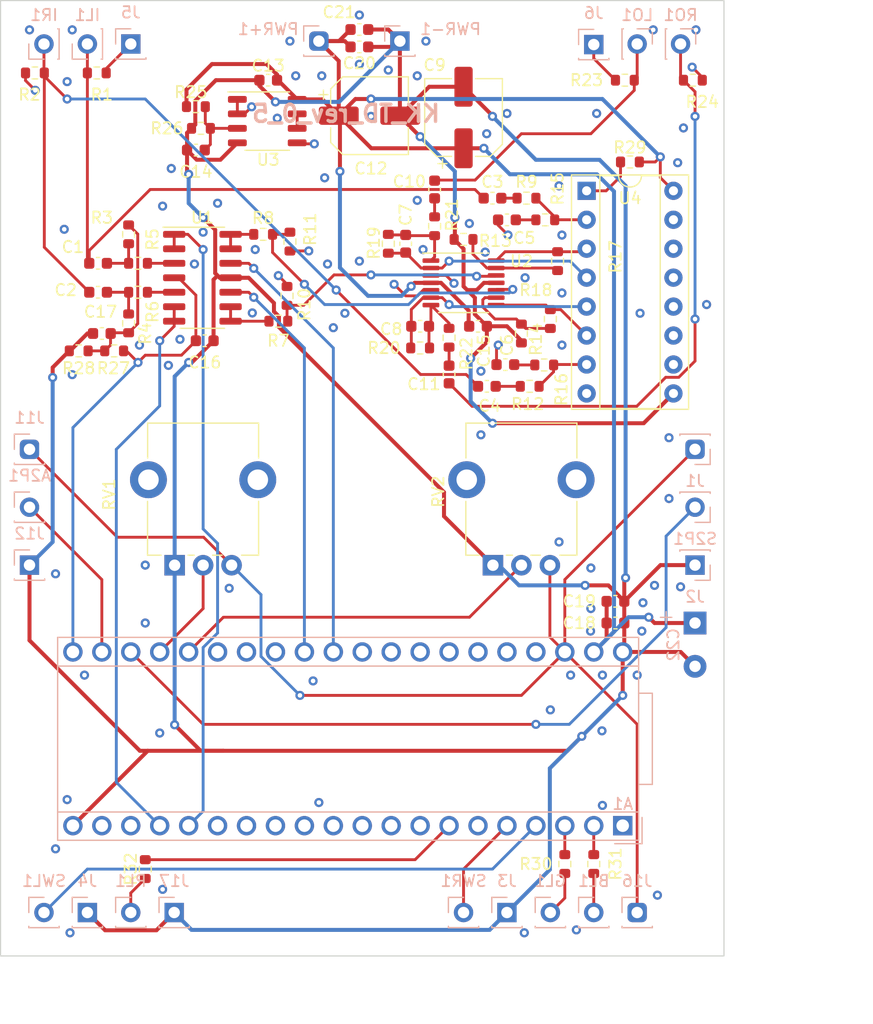
<source format=kicad_pcb>
(kicad_pcb (version 20221018) (generator pcbnew)
  (layers (0 "F.Cu" signal) (1 "In1.Cu" power) (2 "In2.Cu" power) (31 "B.Cu" signal) (34 "B.Paste" user) (35 "F.Paste" user) (36 "B.SilkS" user "B.Silkscreen") (37 "F.SilkS" user "F.Silkscreen") (38 "B.Mask" user) (39 "F.Mask" user) (44 "Edge.Cuts" user))
  (net 0 "")
  (net 2 "Net-(A1-SD_DATA_3)")
  (net 3 "Net-(A1-SD_DATA_2)")
  (net 4 "/L_SW")
  (net 5 "/R_SW")
  (net 14 "/CODEC_IN_L")
  (net 15 "/CODEC_IN_R")
  (net 18 "GND")
  (net 19 "-1.2VA")
  (net 20 "/A_POT")
  (net 21 "/S_POT")
  (net 22 "/A2_POT")
  (net 23 "/S2_POT")
  (net 27 "/DAC_B")
  (net 28 "/DAC_A")
  (net 36 "Net-(C1-Pad2)")
  (net 37 "-4.5V")
  (net 38 "/J_IN_L")
  (net 39 "Net-(U3A-+)")
  (net 40 "Net-(C2-Pad2)")
  (net 41 "/VCA_OUT_A")
  (net 42 "/J_OUT_L")
  (net 43 "Net-(U2C-+)")
  (net 44 "/J_IN_R")
  (net 45 "Net-(C11-Pad1)")
  (net 46 "/VCA_OUT_B")
  (net 47 "/J_OUT_R")
  (net 48 "+4.5V")
  (net 49 "-1.2VD")
  (net 50 "/VCA_IN_A")
  (net 51 "Net-(U4-MODE)")
  (net 52 "Net-(U1A-+)")
  (net 53 "/CV_A")
  (net 54 "Net-(U1B-+)")
  (net 55 "/CV_B")
  (net 56 "/VCA_IN_B")
  (net 57 "Net-(U2D--)")
  (net 64 "Net-(C3-Pad2)")
  (net 65 "Net-(C4-Pad2)")
  (net 66 "Net-(C5-Pad1)")
  (net 67 "Net-(C6-Pad1)")
  (net 68 "Net-(C7-Pad2)")
  (net 69 "Net-(C8-Pad2)")
  (net 70 "Net-(C10-Pad1)")
  (net 71 "-2.85V")
  (net 72 "Net-(U1C--)")
  (net 73 "Net-(U1D--)")
  (net 74 "Net-(U2D-+)")
  (net 75 "Net-(U2C--)")
  (net 76 "/GREEN_LED")
  (net 77 "/BLUE_LED")
  (net 78 "Net-(U3B--)")
  (net 80 "Net-(A1-SD_CLK)")
  (net 81 "/PURPLE_LED")
  (footprint "Resistor_SMD:R_0603_1608Metric" (layer "F.Cu") (at 162.56 62.98 90)
    (fp_text reference "R21")
    (fp_text value "1k")
  )
  (footprint "Capacitor_SMD:C_0603_1608Metric" (layer "F.Cu") (at 142.38 73.025)
    (fp_text reference "C16")
    (fp_text value "100nF,50V,X7R ")
  )
  (footprint "Capacitor_SMD:C_0603_1608Metric" (layer "F.Cu") (at 166.37 71.755)
    (fp_text reference "C15")
    (fp_text value "100nF,50V,X7R ")
  )
  (footprint "Resistor_SMD:R_0603_1608Metric" (layer "F.Cu") (at 141.605 52.485)
    (fp_text reference "R25")
    (fp_text value "0603,10k")
  )
  (footprint "Resistor_SMD:R_0603_1608Metric" (layer "F.Cu") (at 172.275 62.42 180)
    (fp_text reference "R15")
    (fp_text value "0603,560")
  )
  (footprint "Capacitor_SMD:C_0603_1608Metric" (layer "F.Cu") (at 167.145 77.025)
    (fp_text reference "C4")
    (fp_text value "0603,10uF,25V,X5R ")
  )
  (footprint "Resistor_SMD:R_0603_1608Metric" (layer "F.Cu") (at 179.705 57.34 180)
    (fp_text reference "R29")
    (fp_text value "1.8k")
  )
  (footprint "Capacitor_SMD:C_0603_1608Metric" (layer "F.Cu") (at 178.435 97.79 180)
    (fp_text reference "C18")
    (fp_text value "100nF,50V,X7R ")
  )
  (footprint "Resistor_SMD:R_0603_1608Metric" (layer "F.Cu") (at 179.26 50.165 180)
    (fp_text reference "R23")
    (fp_text value "2M")
  )
  (footprint "Capacitor_SMD:C_0603_1608Metric" (layer "F.Cu") (at 178.435 95.885 180)
    (fp_text reference "C19")
    (fp_text value "0603,10uF,25V,X5R ")
  )
  (footprint "Resistor_SMD:R_0603_1608Metric" (layer "F.Cu") (at 172.18 75.15 180)
    (fp_text reference "R16")
    (fp_text value "0603,560")
  )
  (footprint "Package_SO:SOP-8_3.9x4.9mm_P1.27mm" (layer "F.Cu") (at 147.87 53.755)
    (fp_text reference "U3")
    (fp_text value "TL072")
  )
  (footprint "Capacitor_SMD:C_0603_1608Metric" (layer "F.Cu") (at 155.956 47.244 180)
    (fp_text reference "C20")
    (fp_text value "1uF,50V,X5R ")
  )
  (footprint "Resistor_SMD:R_0603_1608Metric" (layer "F.Cu") (at 185.23 50.165)
    (fp_text reference "R24")
    (fp_text value "2M")
  )
  (footprint "Resistor_SMD:R_0603_1608Metric" (layer "F.Cu") (at 135.7 71.5 90)
    (fp_text reference "R4")
    (fp_text value "2M")
  )
  (footprint "Capacitor_SMD:C_0603_1608Metric" (layer "F.Cu") (at 167.64 60.515)
    (fp_text reference "C3")
    (fp_text value "0603,10uF,25V,X5R ")
  )
  (footprint "Resistor_SMD:R_0603_1608Metric" (layer "F.Cu") (at 136.525 68.77 180)
    (fp_text reference "R6")
    (fp_text value "2k")
  )
  (footprint "Resistor_SMD:R_0603_1608Metric" (layer "F.Cu") (at 172.72 71.12 90)
    (fp_text reference "R18")
    (fp_text value "2k")
  )
  (footprint "Resistor_SMD:R_0603_1608Metric" (layer "F.Cu") (at 149.606 69.088 90)
    (fp_text reference "R10")
    (fp_text value "5.1k")
  )
  (footprint "Resistor_SMD:R_0603_1608Metric" (layer "F.Cu") (at 165.1 64.135)
    (fp_text reference "R13")
    (fp_text value "1.5k")
  )
  (footprint "Capacitor_SMD:C_0603_1608Metric" (layer "F.Cu") (at 155.956 45.72 180)
    (fp_text reference "C21")
    (fp_text value "1uF,50V,X5R ")
  )
  (footprint "Resistor_SMD:R_0603_1608Metric" (layer "F.Cu") (at 137.16 119.38 -90)
    (fp_text reference "R32")
    (fp_text value "33")
  )
  (footprint "Resistor_SMD:R_0603_1608Metric" (layer "F.Cu") (at 148.844 71.31)
    (fp_text reference "R7")
    (fp_text value "3k")
  )
  (footprint "Resistor_SMD:R_0603_1608Metric" (layer "F.Cu") (at 158.496 64.516 90)
    (fp_text reference "R19")
    (fp_text value "0603,33k")
  )
  (footprint "Potentiometer_THT:Potentiometer_Alpha_RD901F-40-00D_Single_Vertical_CircularHoles" (layer "F.Cu") (at 167.68 92.72 90)
    (fp_text reference "RV2")
    (fp_text value "R_Potentiometer")
  )
  (footprint "Package_DIP:DIP-16_W7.62mm_Socket" (layer "F.Cu") (at 175.905 59.87)
    (fp_text reference "U4")
    (fp_text value "SSI2164")
  )
  (footprint "Resistor_SMD:R_0603_1608Metric" (layer "F.Cu") (at 173.355 66.04 90)
    (fp_text reference "R17")
    (fp_text value "2k")
  )
  (footprint "Resistor_SMD:R_0603_1608Metric" (layer "F.Cu") (at 170.905 77.025)
    (fp_text reference "R12")
    (fp_text value "0603,33k")
  )
  (footprint "Capacitor_SMD:C_0603_1608Metric" (layer "F.Cu") (at 168.91 62.42 180)
    (fp_text reference "C5")
    (fp_text value "680pF,50V,X7R ")
  )
  (footprint "Capacitor_SMD:CP_Elec_6.3x7.7" (layer "F.Cu") (at 165.1 53.44 90)
    (fp_text reference "C9")
    (fp_text value "10uF")
  )
  (footprint "Resistor_SMD:R_0603_1608Metric" (layer "F.Cu") (at 135.7 63.69 -90)
    (fp_text reference "R3")
    (fp_text value "2M")
  )
  (footprint "Capacitor_SMD:C_0603_1608Metric" (layer "F.Cu") (at 162.56 59.755 90)
    (fp_text reference "C10")
    (fp_text value "0603,2.2uF,16V,X5R ")
  )
  (footprint "Resistor_SMD:R_0603_1608Metric" (layer "F.Cu") (at 142.05 54.39 180)
    (fp_text reference "R26")
    (fp_text value "0603,10k")
  )
  (footprint "Resistor_SMD:R_0603_1608Metric" (layer "F.Cu") (at 170.18 72.39 90)
    (fp_text reference "R14")
    (fp_text value "1.5k")
  )
  (footprint "Capacitor_SMD:CP_Elec_6.3x7.7" (layer "F.Cu") (at 156.845 53.28)
    (fp_text reference "C12")
    (fp_text value "10uF")
  )
  (footprint "Resistor_SMD:R_0603_1608Metric" (layer "F.Cu") (at 163.83 72.76 -90)
    (fp_text reference "R22")
    (fp_text value "1k")
  )
  (footprint "Capacitor_SMD:C_0603_1608Metric" (layer "F.Cu") (at 168.77 75.12 180)
    (fp_text reference "C6")
    (fp_text value "680pF,50V,X7R ")
  )
  (footprint "Resistor_SMD:R_0603_1608Metric" (layer "F.Cu") (at 161.29 73.66)
    (fp_text reference "R20")
    (fp_text value "0603,33k")
  )
  (footprint "Resistor_SMD:R_0603_1608Metric" (layer "F.Cu") (at 132.905 49.53)
    (fp_text reference "R1")
    (fp_text value "2M")
  )
  (footprint "Resistor_SMD:R_0603_1608Metric" (layer "F.Cu") (at 176.53 118.935 -90)
    (fp_text reference "R31")
    (fp_text value "33")
  )
  (footprint "Package_SO:SOIC-14_3.9x8.7mm_P1.27mm" (layer "F.Cu") (at 142.175 67.5)
    (fp_text reference "U1")
    (fp_text value "MCP6004")
  )
  (footprint "Capacitor_SMD:C_0603_1608Metric" (layer "F.Cu") (at 160.02 64.516 90)
    (fp_text reference "C7")
    (fp_text value "0603,100pF,50V,C0G ")
  )
  (footprint "Capacitor_SMD:C_0603_1608Metric" (layer "F.Cu") (at 147.955 50.165 180)
    (fp_text reference "C13")
    (fp_text value "100nF,50V,X7R ")
  )
  (footprint "Resistor_SMD:R_0603_1608Metric" (layer "F.Cu") (at 136.525 66.23 180)
    (fp_text reference "R5")
    (fp_text value "2k")
  )
  (footprint "Resistor_SMD:R_0603_1608Metric" (layer "F.Cu") (at 131.318 73.914 180)
    (fp_text reference "R28")
    (fp_text value "0603,10k")
  )
  (footprint "Capacitor_SMD:C_0603_1608Metric" (layer "F.Cu") (at 141.605 56.295)
    (fp_text reference "C14")
    (fp_text value "0603,10uF,25V,X5R ")
  )
  (footprint "Capacitor_SMD:C_0603_1608Metric" (layer "F.Cu") (at 163.83 75.985 -90)
    (fp_text reference "C11")
    (fp_text value "0603,2.2uF,16V,X5R ")
  )
  (footprint "Capacitor_SMD:C_0603_1608Metric" (layer "F.Cu") (at 133.02 66.23)
    (fp_text reference "C1")
    (fp_text value "0603,2.2uF,16V,X5R ")
  )
  (footprint "Resistor_SMD:R_0603_1608Metric" (layer "F.Cu") (at 149.86 64.325 -90)
    (fp_text reference "R11")
    (fp_text value "5.1k")
  )
  (footprint "Package_SO:TSSOP-14_4.4x5mm_P0.65mm" (layer "F.Cu") (at 165.1 67.945)
    (fp_text reference "U2")
    (fp_text value "TLV274CPWR")
  )
  (footprint "Capacitor_SMD:C_0603_1608Metric" (layer "F.Cu") (at 133.35 72.39 180)
    (fp_text reference "C17")
    (fp_text value "100nF,50V,X7R ")
  )
  (footprint "Capacitor_SMD:C_0603_1608Metric" (layer "F.Cu") (at 133.02 68.77)
    (fp_text reference "C2")
    (fp_text value "0603,2.2uF,16V,X5R ")
  )
  (footprint "Resistor_SMD:R_0603_1608Metric" (layer "F.Cu") (at 170.625 60.515)
    (fp_text reference "R9")
    (fp_text value "0603,33k")
  )
  (footprint "Resistor_SMD:R_0603_1608Metric" (layer "F.Cu") (at 147.51 63.69)
    (fp_text reference "R8")
    (fp_text value "3k")
  )
  (footprint "Potentiometer_THT:Potentiometer_Alpha_RD901F-40-00D_Single_Vertical_CircularHoles" (layer "F.Cu") (at 139.74 92.72 90)
    (fp_text reference "RV1")
    (fp_text value "R_Potentiometer")
  )
  (footprint "Capacitor_SMD:C_0603_1608Metric" (layer "F.Cu") (at 161.29 71.755)
    (fp_text reference "C8")
    (fp_text value "0603,100pF,50V,C0G ")
  )
  (footprint "Resistor_SMD:R_0603_1608Metric" (layer "F.Cu") (at 127.475 49.53 180)
    (fp_text reference "R2")
    (fp_text value "2M")
  )
  (footprint "Resistor_SMD:R_0603_1608Metric" (layer "F.Cu") (at 134.43 73.914 180)
    (fp_text reference "R27")
    (fp_text value "0603,10k")
  )
  (footprint "Resistor_SMD:R_0603_1608Metric" (layer "F.Cu") (at 173.99 118.935 -90)
    (fp_text reference "R30")
    (fp_text value "33")
  )
  (footprint "KUtilities:Solder_Hole_Oval" (layer "B.Cu") (at 128.27 123.19 180)
    (fp_text reference "SWL1")
    (fp_text value "Conn_01x01" hide)
  )
  (footprint "KUtilities:Solder_Hole_Square" (layer "B.Cu") (at 139.7 123.19 180)
    (fp_text reference "J17")
    (fp_text value "Conn_01x01" hide)
  )
  (footprint "KUtilities:Solder_Hole_Square" (layer "B.Cu") (at 135.89 46.99 180)
    (fp_text reference "J5")
    (fp_text value "Conn_01x01" hide)
  )
  (footprint "KUtilities:Solder_Hole_Oval" (layer "B.Cu") (at 127 87.63 180)
    (fp_text reference "A2P1")
    (fp_text value "Conn_01x01" hide)
  )
  (footprint "KUtilities:Solder_Hole_Square" (layer "B.Cu") (at 159.512 46.736 180)
    (fp_text reference "PWR-1")
    (fp_text value "Conn_01x01" hide)
  )
  (footprint "KUtilities:Solder_Hole_Oval" (layer "B.Cu") (at 185.42 87.63)
    (fp_text reference "S2P1")
    (fp_text value "Conn_01x01" hide)
  )
  (footprint "KUtilities:Solder_Hole_Oval" (layer "B.Cu") (at 180.34 46.99 90)
    (fp_text reference "LO1")
    (fp_text value "Conn_01x01" hide)
  )
  (footprint "KUtilities:Solder_Hole_Square" (layer "B.Cu") (at 132.08 123.19 180)
    (fp_text reference "J4")
    (fp_text value "Conn_01x01" hide)
  )
  (footprint "Module:Electrosmith_Daisy_Seed" (layer "B.Cu") (at 179.07 115.57 90)
    (fp_text reference "A1")
    (fp_text value "Electrosmith_Daisy_Seed_Rev4")
  )
  (footprint "KUtilities:Solder_Hole_Rounded_Square" (layer "B.Cu") (at 185.42 82.55)
    (fp_text reference "J1")
    (fp_text value "Conn_01x01" hide)
  )
  (footprint "KUtilities:Solder_Hole_Square" (layer "B.Cu") (at 185.42 92.71)
    (fp_text reference "J2")
    (fp_text value "Conn_01x01" hide)
  )
  (footprint "KUtilities:Solder_Hole_Rounded_Square" (layer "B.Cu") (at 180.34 123.19 180)
    (fp_text reference "J16")
    (fp_text value "Conn_01x01" hide)
  )
  (footprint "KUtilities:Solder_Hole_Oval" (layer "B.Cu") (at 176.53 123.19 180)
    (fp_text reference "BL1")
    (fp_text value "Conn_01x01" hide)
  )
  (footprint "KUtilities:Solder_Hole_Square" (layer "B.Cu") (at 127 92.71 180)
    (fp_text reference "J12")
    (fp_text value "Conn_01x01" hide)
  )
  (footprint "KUtilities:Solder_Hole_Oval" (layer "B.Cu") (at 132.08 46.99 -90)
    (fp_text reference "IL1")
    (fp_text value "Conn_01x01" hide)
  )
  (footprint "KUtilities:Solder_Hole_Square" (layer "B.Cu") (at 176.53 47.04 180)
    (fp_text reference "J6")
    (fp_text value "Conn_01x01" hide)
  )
  (footprint "KUtilities:Solder_Hole_Oval" (layer "B.Cu") (at 135.89 123.19 180)
    (fp_text reference "PL1")
    (fp_text value "Conn_01x01" hide)
  )
  (footprint "KUtilities:Solder_Hole_Rounded_Square" (layer "B.Cu") (at 127 82.55 180)
    (fp_text reference "J11")
    (fp_text value "Conn_01x01" hide)
  )
  (footprint "Capacitor_THT:CP_Radial_D10.0mm_P3.80mm" (layer "B.Cu") (at 185.42 97.79 -90)
    (fp_text reference "C22")
    (fp_text value "680uF")
  )
  (footprint "KUtilities:Solder_Hole_Oval" (layer "B.Cu") (at 165.1 123.19 180)
    (fp_text reference "SWR1")
    (fp_text value "Conn_01x01" hide)
  )
  (footprint "KUtilities:Solder_Hole_Square" (layer "B.Cu") (at 168.91 123.19 180)
    (fp_text reference "J3")
    (fp_text value "Conn_01x01" hide)
  )
  (footprint "KUtilities:Solder_Hole_Oval" (layer "B.Cu") (at 128.27 46.99 -90)
    (fp_text reference "IR1")
    (fp_text value "Conn_01x01" hide)
  )
  (footprint "KUtilities:Solder_Hole_Rounded_Square" (layer "B.Cu") (at 152.4 46.736 180)
    (fp_text reference "PWR+1")
    (fp_text value "Conn_01x01" hide)
  )
  (footprint "KUtilities:Solder_Hole_Oval" (layer "B.Cu") (at 172.72 123.19 180)
    (fp_text reference "GL1")
    (fp_text value "Conn_01x01" hide)
  )
  (footprint "KUtilities:Solder_Hole_Oval" (layer "B.Cu") (at 184.15 46.99 90)
    (fp_text reference "RO1")
    (fp_text value "Conn_01x01" hide)
  )
  (gr_rect locked (start 124.46 43.18) (end 187.96 127) (stroke (width 0.1)) (fill none) (layer "Edge.Cuts"))
  (gr_text "KK_TD_rev_0_5" (at 163.195 53.975) (layer "B.SilkS") (effects (font (size 1.5 1.5) (thickness 0.3) bold) (justify left bottom mirror)))
  (segment (start 176.53 115.57) (end 176.53 118.11) (width 0.25) (layer "F.Cu") (net 2))
  (segment (start 173.99 118.11) (end 173.99 115.57) (width 0.25) (layer "F.Cu") (net 3))
  (segment (start 128.27 123.19) (end 132.08 119.38) (width 0.25) (layer "B.Cu") (net 4))
  (segment (start 167.64 119.38) (end 171.45 115.57) (width 0.25) (layer "B.Cu") (net 4))
  (segment (start 132.08 119.38) (end 167.64 119.38) (width 0.25) (layer "B.Cu") (net 4))
  (segment (start 165.1 123.19) (end 165.1 119.38) (width 0.25) (layer "F.Cu") (net 5))
  (segment (start 165.1 119.38) (end 168.91 115.57) (width 0.25) (layer "F.Cu") (net 5))
  (segment (start 140.906 63.69) (end 139.7 63.69) (width 0.25) (layer "F.Cu") (net 14))
  (segment (start 142.24 65.024) (end 140.906 63.69) (width 0.25) (layer "F.Cu") (net 14))
  (segment (start 139.7 63.69) (end 139.7 64.96) (width 0.25) (layer "F.Cu") (net 14))
  (via (at 142.24 65.024) (size 0.8) (drill 0.4) (layers "F.Cu" "B.Cu") (net 14))
  (segment (start 142.24 65.024) (end 142.24 89.535) (width 0.25) (layer "B.Cu") (net 14))
  (segment (start 142.24 89.535) (end 143.51 90.805) (width 0.25) (layer "B.Cu") (net 14))
  (segment (start 143.51 90.805) (end 143.51 98.668299) (width 0.25) (layer "B.Cu") (net 14))
  (segment (start 143.51 98.668299) (end 142.24 99.938299) (width 0.25) (layer "B.Cu") (net 14))
  (segment (start 142.24 114.3) (end 140.97 115.57) (width 0.25) (layer "B.Cu") (net 14))
  (segment (start 142.24 99.938299) (end 142.24 114.3) (width 0.25) (layer "B.Cu") (net 14))
  (segment (start 139.7 70.04) (end 139.7 71.31) (width 0.25) (layer "F.Cu") (net 15))
  (segment (start 139.7 71.755) (end 138.43 73.025) (width 0.25) (layer "F.Cu") (net 15))
  (segment (start 139.7 71.31) (end 139.7 71.755) (width 0.25) (layer "F.Cu") (net 15))
  (via (at 138.43 73.025) (size 0.8) (drill 0.4) (layers "F.Cu" "B.Cu") (net 15))
  (segment (start 134.62 82.55) (end 134.62 111.76) (width 0.25) (layer "B.Cu") (net 15))
  (segment (start 138.43 73.025) (end 138.43 78.74) (width 0.25) (layer "B.Cu") (net 15))
  (segment (start 138.43 78.74) (end 134.62 82.55) (width 0.25) (layer "B.Cu") (net 15))
  (segment (start 134.62 111.76) (end 138.43 115.57) (width 0.25) (layer "B.Cu") (net 15))
  (segment (start 126.65 50.196) (end 127.508 51.054) (width 0.25) (layer "F.Cu") (net 18))
  (segment (start 176.53 48.26) (end 176.53 47.04) (width 0.25) (layer "F.Cu") (net 18))
  (segment (start 163.569598 67.295) (end 164.262299 67.987701) (width 0.25) (layer "F.Cu") (net 18))
  (segment (start 146.5 52.5) (end 145.88 53.12) (width 0.25) (layer "F.Cu") (net 18))
  (segment (start 133.73 49.53) (end 133.73 49.15) (width 0.25) (layer "F.Cu") (net 18))
  (segment (start 126.65 49.53) (end 126.65 50.196) (width 0.25) (layer "F.Cu") (net 18))
  (segment (start 161.055959 69.088) (end 161.548959 68.595) (width 0.25) (layer "F.Cu") (net 18))
  (segment (start 149.606 68.263) (end 149.606 68.072) (width 0.25) (layer "F.Cu") (net 18))
  (segment (start 133.73 49.15) (end 135.89 46.99) (width 0.25) (layer "F.Cu") (net 18))
  (segment (start 149.606 68.072) (end 148.844 67.31) (width 0.25) (layer "F.Cu") (net 18))
  (segment (start 167.995 75.12) (end 167.995 73.559) (width 0.25) (layer "F.Cu") (net 18))
  (segment (start 160.02 69.088) (end 161.055959 69.088) (width 0.25) (layer "F.Cu") (net 18))
  (segment (start 150.585 55.75) (end 150.495 55.66) (width 0.25) (layer "F.Cu") (net 18))
  (segment (start 168.135 62.885) (end 168.135 62.42) (width 0.25) (layer "F.Cu") (net 18))
  (segment (start 151.515299 65.146701) (end 149.863299 65.146701) (width 0.25) (layer "F.Cu") (net 18))
  (segment (start 186.055 49.911) (end 185.166 49.022) (width 0.25) (layer "F.Cu") (net 18))
  (segment (start 167.995 73.559) (end 168.148 73.406) (width 0.25) (layer "F.Cu") (net 18))
  (segment (start 159.004 68.072) (end 160.02 69.088) (width 0.25) (layer "F.Cu") (net 18))
  (segment (start 178.435 50.165) (end 176.53 48.26) (width 0.25) (layer "F.Cu") (net 18))
  (segment (start 149.863299 65.146701) (end 149.86 65.15) (width 0.25) (layer "F.Cu") (net 18))
  (segment (start 186.055 50.165) (end 186.055 49.911) (width 0.25) (layer "F.Cu") (net 18))
  (segment (start 162.2375 67.295) (end 163.569598 67.295) (width 0.25) (layer "F.Cu") (net 18))
  (segment (start 169 63.75) (end 168.135 62.885) (width 0.25) (layer "F.Cu") (net 18))
  (segment (start 152 55.75) (end 150.585 55.75) (width 0.25) (layer "F.Cu") (net 18))
  (segment (start 145.88 53.12) (end 145.245 53.12) (width 0.25) (layer "F.Cu") (net 18))
  (segment (start 161.548959 68.595) (end 162.2375 68.595) (width 0.25) (layer "F.Cu") (net 18))
  (segment (start 145.245 51.85) (end 145.245 53.12) (width 0.25) (layer "F.Cu") (net 18))
  (via (at 186.436 69.85) (size 0.8) (drill 0.4) (layers "F.Cu" "B.Cu") (net 18))
  (via (at 159.004 68.072) (size 0.8) (drill 0.4) (layers "F.Cu" "B.Cu") (net 18))
  (via (at 155.956 66.04) (size 0.8) (drill 0.4) (layers "F.Cu" "B.Cu") (net 18))
  (via (at 161.036 60.706) (size 0.8) (drill 0.4) (layers "F.Cu" "B.Cu") (net 18))
  (via (at 131.826 102.362) (size 0.8) (drill 0.4) (layers "F.Cu" "B.Cu") (net 18))
  (via (at 183.896 57.404) (size 0.8) (drill 0.4) (layers "F.Cu" "B.Cu") (net 18))
  (via (at 149.86 46.736) (size 0.8) (drill 0.4) (layers "F.Cu" "B.Cu") (net 18))
  (via (at 180.848 96.012) (size 0.8) (drill 0.4) (layers "F.Cu" "B.Cu") (net 18))
  (via (at 155.956 48.768) (size 0.8) (drill 0.4) (layers "F.Cu" "B.Cu") (net 18))
  (via (at 161.798 46.736) (size 0.8) (drill 0.4) (layers "F.Cu" "B.Cu") (net 18))
  (via (at 144.526 94.742) (size 0.8) (drill 0.4) (layers "F.Cu" "B.Cu") (net 18))
  (via (at 142.24 63.5) (size 0.8) (drill 0.4) (layers "F.Cu" "B.Cu") (net 18))
  (via (at 130.75 45.75) (size 0.8) (drill 0.4) (layers "F.Cu" "B.Cu") (net 18))
  (via (at 167.132 54.864) (size 0.8) (drill 0.4) (layers "F.Cu" "B.Cu") (net 18))
  (via (at 175.006 124.714) (size 0.8) (drill 0.4) (layers "F.Cu" "B.Cu") (net 18))
  (via (at 182.118 121.666) (size 0.8) (drill 0.4) (layers "F.Cu" "B.Cu") (net 18))
  (via (at 127.508 51.054) (size 0.8) (drill 0.4) (layers "F.Cu" "B.Cu") (net 18))
  (via (at 183.134 86.868) (size 0.8) (drill 0.4) (layers "F.Cu" "B.Cu") (net 18))
  (via (at 158.496 49.276) (size 0.8) (drill 0.4) (layers "F.Cu" "B.Cu") (net 18))
  (via (at 167 65.25) (size 0.8) (drill 0.4) (layers "F.Cu" "B.Cu") (net 18))
  (via (at 176.276 96.52) (size 0.8) (drill 0.4) (layers "F.Cu" "B.Cu") (net 18))
  (via (at 173.482 59.436) (size 0.8) (drill 0.4) (layers "F.Cu" "B.Cu") (net 18))
  (via (at 156.972 53.34) (size 0.8) (drill 0.4) (layers "F.Cu" "B.Cu") (net 18))
  (via (at 176.25 98.5) (size 0.8) (drill 0.4) (layers "F.Cu" "B.Cu") (net 18))
  (via (at 173.736 63.754) (size 0.8) (drill 0.4) (layers "F.Cu" "B.Cu") (net 18))
  (via (at 151.515299 65.146701) (size 0.8) (drill 0.4) (layers "F.Cu" "B.Cu") (net 18))
  (via (at 148.75 53.5) (size 0.8) (drill 0.4) (layers "F.Cu" "B.Cu") (net 18))
  (via (at 181.75 45.75) (size 0.8) (drill 0.4) (layers "F.Cu" "B.Cu") (net 18))
  (via (at 161.036 49.784) (size 0.8) (drill 0.4) (layers "F.Cu" "B.Cu") (net 18))
  (via (at 173.736 73.406) (size 0.8) (drill 0.4) (layers "F.Cu" "B.Cu") (net 18))
  (via (at 170.5 67.5) (size 0.8) (drill 0.4) (layers "F.Cu" "B.Cu") (net 18))
  (via (at 130.75 76) (size 0.8) (drill 0.4) (layers "F.Cu" "B.Cu") (net 18))
  (via (at 152 55.75) (size 0.8) (drill 0.4) (layers "F.Cu" "B.Cu") (net 18))
  (via (at 169 63.75) (size 0.8) (drill 0.4) (layers "F.Cu" "B.Cu") (net 18))
  (via (at 170.434 124.968) (size 0.8) (drill 0.4) (layers "F.Cu" "B.Cu") (net 18))
  (via (at 180.75 98.5) (size 0.8) (drill 0.4) (layers "F.Cu" "B.Cu") (net 18))
  (via (at 164.262299 67.987701) (size 0.8) (drill 0.4) (layers "F.Cu" "B.Cu") (net 18))
  (via (at 146.5 52.5) (size 0.8) (drill 0.4) (layers "F.Cu" "B.Cu") (net 18))
  (via (at 127 45.75) (size 0.8) (drill 0.4) (layers "F.Cu" "B.Cu") (net 18))
  (via (at 153.67 71.882) (size 0.8) (drill 0.4) (layers "F.Cu" "B.Cu") (net 18))
  (via (at 154.686 70.612) (size 0.8) (drill 0.4) (layers "F.Cu" "B.Cu") (net 18))
  (via (at 161.544 65.024) (size 0.8) (drill 0.4) (layers "F.Cu" "B.Cu") (net 18))
  (via (at 146.558 70.5855) (size 0.8) (drill 0.4) (layers "F.Cu" "B.Cu") (net 18))
  (via (at 152.654 49.784) (size 0.8) (drill 0.4) (layers "F.Cu" "B.Cu") (net 18))
  (via (at 177.292 102.362) (size 0.8) (drill 0.4) (layers "F.Cu" "B.Cu") (net 18))
  (via (at 152.4 113.538) (size 0.8) (drill 0.4) (layers "F.Cu" "B.Cu") (net 18))
  (via (at 155.956 44.45) (size 0.8) (drill 0.4) (layers "F.Cu" "B.Cu") (net 18))
  (via (at 130.556 124.968) (size 0.8) (drill 0.4) (layers "F.Cu" "B.Cu") (net 18))
  (via (at 174.498 102.362) (size 0.8) (drill 0.4) (layers "F.Cu" "B.Cu") (net 18))
  (via (at 129.286 117.602) (size 0.8) (drill 0.4) (layers "F.Cu" "B.Cu") (net 18))
  (via (at 173.736 68.834) (size 0.8) (drill 0.4) (layers "F.Cu" "B.Cu") (net 18))
  (via (at 168.148 73.406) (size 0.8) (drill 0.4) (layers "F.Cu" "B.Cu") (net 18))
  (via (at 173.482 90.678) (size 0.8) (drill 0.4) (layers "F.Cu" "B.Cu") (net 18))
  (via (at 176.784 53.086) (size 0.8) (drill 0.4) (layers "F.Cu" "B.Cu") (net 18))
  (via (at 138.684 61.214) (size 0.8) (drill 0.4) (layers "F.Cu" "B.Cu") (net 18))
  (via (at 166.624 81.28) (size 0.8) (drill 0.4) (layers "F.Cu" "B.Cu") (net 18))
  (via (at 137.16 97.79) (size 0.8) (drill 0.4) (layers "F.Cu" "B.Cu") (net 18))
  (via (at 146.812 65.024) (size 0.8) (drill 0.4) (layers "F.Cu" "B.Cu") (net 18))
  (via (at 136.652 73.406) (size 0.8) (drill 0.4) (layers "F.Cu" "B.Cu") (net 18))
  (via (at 152.908 58.73) (size 0.8) (drill 0.4) (layers "F.Cu" "B.Cu") (net 18))
  (via (at 130.302 50.292) (size 0.8) (drill 0.4) (layers "F.Cu" "B.Cu") (net 18))
  (via (at 183.134 81.534) (size 0.8) (drill 0.4) (layers "F.Cu" "B.Cu") (net 18))
  (via (at 129.286 93.472) (size 0.8) (drill 0.4) (layers "F.Cu" "B.Cu") (net 18))
  (via (at 184.404 54.356) (size 0.8) (drill 0.4) (layers "F.Cu" "B.Cu") (net 18))
  (via (at 172.72 105.41) (size 0.8) (drill 0.4) (layers "F.Cu" "B.Cu") (net 18))
  (via (at 185.166 49.022) (size 0.8) (drill 0.4) (layers "F.Cu" "B.Cu") (net 18))
  (via (at 150.368 49.784) (size 0.8) (drill 0.4) (layers "F.Cu" "B.Cu") (net 18))
  (via (at 177.292 113.792) (size 0.8) (drill 0.4) (layers "F.Cu" "B.Cu") (net 18))
  (via (at 184.15 94.615) (size 0.8) (drill 0.4) (layers "F.Cu" "B.Cu") (net 18))
  (via (at 185.5 45.75) (size 0.8) (drill 0.4) (layers "F.Cu" "B.Cu") (net 18))
  (via (at 137.16 92.71) (size 0.8) (drill 0.4) (layers "F.Cu" "B.Cu") (net 18))
  (via (at 148.844 67.31) (size 0.8) (drill 0.4) (layers "F.Cu" "B.Cu") (net 18))
  (via (at 138.43 107.442) (size 0.8) (drill 0.4) (layers "F.Cu" "B.Cu") (net 18))
  (via (at 130.048 63.246) (size 0.8) (drill 0.4) (layers "F.Cu" "B.Cu") (net 18))
  (via (at 177.25 107.25) (size 0.8) (drill 0.4) (layers "F.Cu" "B.Cu") (net 18))
  (via (at 143.51 60.96) (size 0.8) (drill 0.4) (layers "F.Cu" "B.Cu") (net 18))
  (via (at 176.276 92.964) (size 0.8) (drill 0.4) (layers "F.Cu" "B.Cu") (net 18))
  (via (at 141.478 66.294) (size 0.8) (drill 0.4) (layers "F.Cu" "B.Cu") (net 18))
  (via (at 180.34 102.362) (size 0.8) (drill 0.4) (layers "F.Cu" "B.Cu") (net 18))
  (via (at 166.624 75.692) (size 0.8) (drill 0.4) (layers "F.Cu" "B.Cu") (net 18))
  (via (at 180.594 70.612) (size 0.8) (drill 0.4) (layers "F.Cu" "B.Cu") (net 18))
  (via (at 139.446 57.912) (size 0.8) (drill 0.4) (layers "F.Cu" "B.Cu") (net 18))
  (via (at 168.91 53.086) (size 0.8) (drill 0.4) (layers "F.Cu" "B.Cu") (net 18))
  (via (at 151.892 102.87) (size 0.8) (drill 0.4) (layers "F.Cu" "B.Cu") (net 18))
  (via (at 165.608 62.738) (size 0.8) (drill 0.4) (layers "F.Cu" "B.Cu") (net 18))
  (via (at 140.208 72.898) (size 0.8) (drill 0.4) (layers "F.Cu" "B.Cu") (net 18))
  (via (at 138.684 121.158) (size 0.8) (drill 0.4) (layers "F.Cu" "B.Cu") (net 18))
  (via (at 181.864 94.488) (size 0.8) (drill 0.4) (layers "F.Cu" "B.Cu") (net 18))
  (via (at 130.302 113.284) (size 0.8) (drill 0.4) (layers "F.Cu" "B.Cu") (net 18))
  (via (at 139.192 75.184) (size 0.8) (drill 0.4) (layers "F.Cu" "B.Cu") (net 18))
  (via (at 153.162 66.294) (size 0.8) (drill 0.4) (layers "F.Cu" "B.Cu") (net 18))
  (segment (start 139.7 67.5) (end 140.076751 67.5) (width 0.25) (layer "F.Cu") (net 19))
  (segment (start 136.525 74.93) (end 137.16 74.295) (width 0.25) (layer "F.Cu") (net 19))
  (segment (start 135.255 73.914) (end 135.509 73.914) (width 0.25) (layer "F.Cu") (net 19))
  (segment (start 141.605 73.025) (end 140.335 74.295) (width 0.25) (layer "F.Cu") (net 19))
  (segment (start 135.509 73.914) (end 136.525 74.93) (width 0.25) (layer "F.Cu") (net 19))
  (segment (start 140.335 74.295) (end 137.16 74.295) (width 0.25) (layer "F.Cu") (net 19))
  (segment (start 140.076751 67.5) (end 141.605 69.028249) (width 0.25) (layer "F.Cu") (net 19))
  (segment (start 141.605 69.028249) (end 141.605 73.025) (width 0.25) (layer "F.Cu") (net 19))
  (via (at 136.525 74.93) (size 0.8) (drill 0.4) (layers "F.Cu" "B.Cu") (net 19))
  (segment (start 130.81 100.33) (end 130.81 80.645) (width 0.25) (layer "B.Cu") (net 19))
  (segment (start 130.81 80.645) (end 136.525 74.93) (width 0.25) (layer "B.Cu") (net 19))
  (segment (start 170.18 92.72) (end 165.618 97.282) (width 0.25) (layer "F.Cu") (net 20))
  (segment (start 144.018 97.282) (end 140.97 100.33) (width 0.25) (layer "F.Cu") (net 20))
  (segment (start 165.618 97.282) (end 144.018 97.282) (width 0.25) (layer "F.Cu") (net 20))
  (segment (start 142.24 92.72) (end 142.24 96.52) (width 0.25) (layer "F.Cu") (net 21))
  (segment (start 142.24 96.52) (end 138.43 100.33) (width 0.25) (layer "F.Cu") (net 21))
  (segment (start 133.35 93.98) (end 133.35 100.33) (width 0.25) (layer "F.Cu") (net 22))
  (segment (start 127 87.63) (end 133.35 93.98) (width 0.25) (layer "F.Cu") (net 22))
  (segment (start 142.24 106.68) (end 171.45 106.68) (width 0.25) (layer "F.Cu") (net 23))
  (segment (start 135.89 100.33) (end 142.24 106.68) (width 0.25) (layer "F.Cu") (net 23))
  (via (at 171.45 106.68) (size 0.8) (drill 0.4) (layers "F.Cu" "B.Cu") (net 23))
  (segment (start 182.88 98.181701) (end 182.88 90.17) (width 0.25) (layer "B.Cu") (net 23))
  (segment (start 174.381701 106.68) (end 182.88 98.181701) (width 0.25) (layer "B.Cu") (net 23))
  (segment (start 182.88 90.17) (end 185.42 87.63) (width 0.25) (layer "B.Cu") (net 23))
  (segment (start 171.45 106.68) (end 174.381701 106.68) (width 0.25) (layer "B.Cu") (net 23))
  (segment (start 144.65 66.23) (end 146.24 66.23) (width 0.25) (layer "F.Cu") (net 27))
  (segment (start 146.24 66.23) (end 146.685 66.675) (width 0.25) (layer "F.Cu") (net 27))
  (via (at 146.685 66.675) (size 0.8) (drill 0.4) (layers "F.Cu" "B.Cu") (net 27))
  (segment (start 153.67 73.66) (end 153.67 100.33) (width 0.25) (layer "B.Cu") (net 27))
  (segment (start 146.685 66.675) (end 153.67 73.66) (width 0.25) (layer "B.Cu") (net 27))
  (segment (start 146.24 68.77) (end 146.685 69.215) (width 0.25) (layer "F.Cu") (net 28))
  (segment (start 144.65 68.77) (end 146.24 68.77) (width 0.25) (layer "F.Cu") (net 28))
  (via (at 146.685 69.215) (size 0.8) (drill 0.4) (layers "F.Cu" "B.Cu") (net 28))
  (segment (start 146.685 69.215) (end 151.13 73.66) (width 0.25) (layer "B.Cu") (net 28))
  (segment (start 151.13 73.66) (end 151.13 100.33) (width 0.25) (layer "B.Cu") (net 28))
  (segment (start 135.7 64.515) (end 135.7 66.23) (width 0.25) (layer "F.Cu") (net 36))
  (segment (start 133.795 66.23) (end 135.7 66.23) (width 0.25) (layer "F.Cu") (net 36))
  (segment (start 130.81 115.57) (end 137.38 109) (width 0.35) (layer "F.Cu") (net 37))
  (segment (start 130.556 73.914) (end 132.08 72.39) (width 0.35) (layer "F.Cu") (net 37))
  (segment (start 141.555 54.06) (end 141.225 54.39) (width 0.35) (layer "F.Cu") (net 37))
  (segment (start 148.894 71.823173) (end 163.385 86.314173) (width 0.35) (layer "F.Cu") (net 37))
  (segment (start 144.018 109) (end 174.21 109) (width 0.35) (layer "F.Cu") (net 37))
  (segment (start 143.51 67.31) (end 143.155 67.665) (width 0.35) (layer "F.Cu") (net 37))
  (segment (start 179.324 93.824) (end 179.21 93.938) (width 0.35) (layer "F.Cu") (net 37))
  (segment (start 156.731 45.72) (end 158.496 45.72) (width 0.35) (layer "F.Cu") (net 37))
  (segment (start 167.145 73.139) (end 167.145 71.755) (width 0.35) (layer "F.Cu") (net 37))
  (segment (start 137.38 109) (end 144.018 109) (width 0.35) (layer "F.Cu") (net 37))
  (segment (start 167.145 71.755) (end 168.91 71.755) (width 0.35) (layer "F.Cu") (net 37))
  (segment (start 159.545 53.373) (end 159.545 53.28) (width 0.35) (layer "F.Cu") (net 37))
  (segment (start 127 99.314) (end 127 92.71) (width 0.35) (layer "F.Cu") (net 37))
  (segment (start 166.095 69.25) (end 166.095 70.705) (width 0.35) (layer "F.Cu") (net 37))
  (segment (start 146.24 67.5) (end 148.457173 69.717173) (width 0.35) (layer "F.Cu") (net 37))
  (segment (start 159.004 47.244) (end 159.512 46.736) (width 0.35) (layer "F.Cu") (net 37))
  (segment (start 165.425 68.58) (end 166.255516 68.58) (width 0.35) (layer "F.Cu") (net 37))
  (segment (start 162.085 50.74) (end 159.545 53.28) (width 0.35) (layer "F.Cu") (net 37))
  (segment (start 140.83 56.295) (end 141.68 57.145) (width 0.35) (layer "F.Cu") (net 37))
  (segment (start 143.76 57.145) (end 145.245 55.66) (width 0.35) (layer "F.Cu") (net 37))
  (segment (start 133.64 124.75) (end 138.14 124.75) (width 0.35) (layer "F.Cu") (net 37))
  (segment (start 174.21 109) (end 175.48 107.73) (width 0.35) (layer "F.Cu") (net 37))
  (segment (start 143.7 67.5) (end 144.65 67.5) (width 0.35) (layer "F.Cu") (net 37))
  (segment (start 139.74 106.72) (end 142.02 109) (width 0.35) (layer "F.Cu") (net 37))
  (segment (start 164.275 64.135) (end 165.1 64.96) (width 0.35) (layer "F.Cu") (net 37))
  (segment (start 137.38 109) (end 136.686 109) (width 0.35) (layer "F.Cu") (net 37))
  (segment (start 165.722 74.562) (end 167.145 73.139) (width 0.35) (layer "F.Cu") (net 37))
  (segment (start 175.768 94.488) (end 177.813 94.488) (width 0.35) (layer "F.Cu") (net 37))
  (segment (start 166.255516 68.58) (end 166.890516 67.945) (width 0.35) (layer "F.Cu") (net 37))
  (segment (start 141.555 51.971827) (end 141.555 54.06) (width 0.35) (layer "F.Cu") (net 37))
  (segment (start 148.457173 70.46) (end 148.894 70.896827) (width 0.35) (layer "F.Cu") (net 37))
  (segment (start 180.911 80.264) (end 183.525 77.65) (width 0.35) (layer "F.Cu") (net 37))
  (segment (start 144.65 67.5) (end 146.24 67.5) (width 0.35) (layer "F.Cu") (net 37))
  (segment (start 156.731 47.244) (end 159.004 47.244) (width 0.35) (layer "F.Cu") (net 37))
  (segment (start 147.18 50.66) (end 148.59 52.07) (width 0.35) (layer "F.Cu") (net 37))
  (segment (start 132.08 123.19) (end 133.64 124.75) (width 0.35) (layer "F.Cu") (net 37))
  (segment (start 163.385 86.314173) (end 163.385 88.425) (width 0.35) (layer "F.Cu") (net 37))
  (segment (start 182.385 92.71) (end 179.21 95.885) (width 0.35) (layer "F.Cu") (net 37))
  (segment (start 143.3 63.29) (end 143.3 67.1) (width 0.35) (layer "F.Cu") (net 37))
  (segment (start 138.14 124.75) (end 139.7 123.19) (width 0.35) (layer "F.Cu") (net 37))
  (segment (start 143.361827 50.165) (end 141.555 51.971827) (width 0.35) (layer "F.Cu") (net 37))
  (segment (start 142.24 62.23) (end 143.3 63.29) (width 0.35) (layer "F.Cu") (net 37))
  (segment (start 159.545 53.28) (end 159.512 53.247) (width 0.35) (layer "F.Cu") (net 37))
  (segment (start 179.07 100.33) (end 179.07 104.14) (width 0.35) (layer "F.Cu") (net 37))
  (segment (start 129.032 76.25) (end 129.032 75.375) (width 0.35) (layer "F.Cu") (net 37))
  (segment (start 179.21 95.885) (end 179.21 97.79) (width 0.35) (layer "F.Cu") (net 37))
  (segment (start 143.155 67.665) (end 143.155 73.025) (width 0.35) (layer "F.Cu") (net 37))
  (segment (start 165.1 50.74) (end 162.085 50.74) (width 0.35) (layer "F.Cu") (net 37))
  (segment (start 142.02 109) (end 144.018 109) (width 0.35) (layer "F.Cu") (net 37))
  (segment (start 148.457173 69.717173) (end 148.457173 70.46) (width 0.35) (layer "F.Cu") (net 37))
  (segment (start 177.813 94.488) (end 179.21 95.885) (width 0.35) (layer "F.Cu") (net 37))
  (segment (start 167.64 80.264) (end 180.911 80.264) (width 0.35) (layer "F.Cu") (net 37))
  (segment (start 164.338 62.23) (end 164.338 64.072) (width 0.35) (layer "F.Cu") (net 37))
  (segment (start 179.07 100.33) (end 184.16 100.33) (width 0.35) (layer "F.Cu") (net 37))
  (segment (start 140.83 58.28) (end 140.97 58.42) (width 0.35) (layer "F.Cu") (net 37))
  (segment (start 140.97 74.93) (end 141.25 74.93) (width 0.35) (layer "F.Cu") (net 37))
  (segment (start 132.08 72.39) (end 132.575 72.39) (width 0.35) (layer "F.Cu") (net 37))
  (segment (start 161.29 55.118) (end 159.545 53.373) (width 0.35) (layer "F.Cu") (net 37))
  (segment (start 179.21 100.19) (end 179.07 100.33) (width 0.35) (layer "F.Cu") (net 37))
  (segment (start 158.496 45.72) (end 159.512 46.736) (width 0.35) (layer "F.Cu") (net 37))
  (segment (start 165.1 68.255) (end 165.425 68.58) (width 0.35) (layer "F.Cu") (net 37))
  (segment (start 166.890516 67.945) (end 167.9625 67.945) (width 0.35) (layer "F.Cu") (net 37))
  (segment (start 164.338 64.072) (end 164.275 64.135) (width 0.35) (layer "F.Cu") (net 37))
  (segment (start 141.25 74.93) (end 143.155 73.025) (width 0.35) (layer "F.Cu") (net 37))
  (segment (start 143.51 67.31) (end 143.7 67.5) (width 0.35) (layer "F.Cu") (net 37))
  (segment (start 148.894 70.896827) (end 148.894 71.823173) (width 0.35) (layer "F.Cu") (net 37))
  (segment (start 140.83 54.785) (end 141.225 54.39) (width 0.35) (layer "F.Cu") (net 37))
  (segment (start 140.83 56.295) (end 140.83 58.28) (width 0.35) (layer "F.Cu") (net 37))
  (segment (start 167.64 53.28) (end 165.1 50.74) (width 0.35) (layer "F.Cu") (net 37))
  (segment (start 130.493 73.914) (end 130.556 73.914) (width 0.35) (layer "F.Cu") (net 37))
  (segment (start 141.68 57.145) (end 143.76 57.145) (width 0.35) (layer "F.Cu") (net 37))
  (segment (start 163.385 88.425) (end 167.68 92.72) (width 0.35) (layer "F.Cu") (net 37))
  (segment (start 168.91 71.755) (end 170.18 73.025) (width 0.35) (layer "F.Cu") (net 37))
  (segment (start 147.18 50.165) (end 143.361827 50.165) (width 0.35) (layer "F.Cu") (net 37))
  (segment (start 129.032 75.375) (end 130.493 73.914) (width 0.35) (layer "F.Cu") (net 37))
  (segment (start 184.16 100.33) (end 185.42 101.59) (width 0.35) (layer "F.Cu") (net 37))
  (segment (start 166.095 70.705) (end 167.145 71.755) (width 0.35) (layer "F.Cu") (net 37))
  (segment (start 165.1 64.96) (end 165.1 68.255) (width 0.35) (layer "F.Cu") (net 37))
  (segment (start 179.21 97.79) (end 179.21 100.19) (width 0.35) (layer "F.Cu") (net 37))
  (segment (start 136.686 109) (end 127 99.314) (width 0.35) (layer "F.Cu") (net 37))
  (segment (start 140.83 56.295) (end 140.83 54.785) (width 0.35) (layer "F.Cu") (net 37))
  (segment (start 179.21 93.938) (end 179.21 95.885) (width 0.35) (layer "F.Cu") (net 37))
  (segment (start 167.64 53.34) (end 167.64 53.28) (width 0.35) (layer "F.Cu") (net 37))
  (segment (start 147.18 50.165) (end 147.18 50.66) (width 0.35) (layer "F.Cu") (net 37))
  (segment (start 143.3 67.1) (end 143.51 67.31) (width 0.35) (layer "F.Cu") (net 37))
  (segment (start 185.42 92.71) (end 182.385 92.71) (width 0.35) (layer "F.Cu") (net 37))
  (segment (start 165.425 68.58) (end 166.095 69.25) (width 0.35) (layer "F.Cu") (net 37))
  (segment (start 159.512 53.247) (end 159.512 46.736) (width 0.35) (layer "F.Cu") (net 37))
  (via (at 167.64 53.34) (size 0.8) (drill 0.4) (layers "F.Cu" "B.Cu") (net 37))
  (via (at 161.29 55.118) (size 0.8) (drill 0.4) (layers "F.Cu" "B.Cu") (net 37))
  (via (at 179.07 104.14) (size 0.8) (drill 0.4) (layers "F.Cu" "B.Cu") (net 37))
  (via (at 175.768 94.488) (size 0.8) (drill 0.4) (layers "F.Cu" "B.Cu") (net 37))
  (via (at 148.59 52.07) (size 0.8) (drill 0.4) (layers "F.Cu" "B.Cu") (net 37))
  (via (at 165.722 74.562) (size 0.8) (drill 0.4) (layers "F.Cu" "B.Cu") (net 37))
  (via (at 175.48 107.73) (size 0.8) (drill 0.4) (layers "F.Cu" "B.Cu") (net 37))
  (via (at 140.97 74.93) (size 0.8) (drill 0.4) (layers "F.Cu" "B.Cu") (net 37))
  (via (at 164.338 62.23) (size 0.8) (drill 0.4) (layers "F.Cu" "B.Cu") (net 37))
  (via (at 142.24 62.23) (size 0.8) (drill 0.4) (layers "F.Cu" "B.Cu") (net 37))
  (via (at 129.032 76.25) (size 0.8) (drill 0.4) (layers "F.Cu" "B.Cu") (net 37))
  (via (at 179.324 93.824) (size 0.8) (drill 0.4) (layers "F.Cu" "B.Cu") (net 37))
  (via (at 140.97 58.42) (size 0.8) (drill 0.4) (layers "F.Cu" "B.Cu") (net 37))
  (via (at 139.74 106.72) (size 0.8) (drill 0.4) (layers "F.Cu" "B.Cu") (net 37))
  (via (at 167.64 80.264) (size 0.8) (drill 0.4) (layers "F.Cu" "B.Cu") (net 37))
  (segment (start 161.29 55.118) (end 164.338 58.166) (width 0.35) (layer "B.Cu") (net 37))
  (segment (start 164.338 58.166) (end 164.338 62.23) (width 0.35) (layer "B.Cu") (net 37))
  (segment (start 168.202412 92.72) (end 169.970412 94.488) (width 0.35) (layer "B.Cu") (net 37))
  (segment (start 129.032 76.25) (end 129.032 90.678) (width 0.35) (layer "B.Cu") (net 37))
  (segment (start 172.675 110.535) (end 172.675 119.425) (width 0.35) (layer "B.Cu") (net 37))
  (segment (start 159.512 46.736) (end 154.178 52.07) (width 0.35) (layer "B.Cu") (net 37))
  (segment (start 179.324 59.436) (end 177.038 57.15) (width 0.35) (layer "B.Cu") (net 37))
  (segment (start 179.07 104.14) (end 175.48 107.73) (width 0.35) (layer "B.Cu") (net 37))
  (segment (start 165.722 74.562) (end 165.722 78.346) (width 0.35) (layer "B.Cu") (net 37))
  (segment (start 165.722 78.346) (end 167.64 80.264) (width 0.35) (layer "B.Cu") (net 37))
  (segment (start 175.48 107.73) (end 172.675 110.535) (width 0.35) (layer "B.Cu") (net 37))
  (segment (start 129.032 90.678) (end 127 92.71) (width 0.35) (layer "B.Cu") (net 37))
  (segment (start 177.038 57.15) (end 171.45 57.15) (width 0.35) (layer "B.Cu") (net 37))
  (segment (start 154.178 52.07) (end 148.59 52.07) (width 0.35) (layer "B.Cu") (net 37))
  (segment (start 179.324 93.824) (end 179.324 59.436) (width 0.35) (layer "B.Cu") (net 37))
  (segment (start 139.74 76.16) (end 139.74 92.72) (width 0.35) (layer "B.Cu") (net 37))
  (segment (start 140.97 60.96) (end 142.24 62.23) (width 0.35) (layer "B.Cu") (net 37))
  (segment (start 171.45 57.15) (end 167.64 53.34) (width 0.35) (layer "B.Cu") (net 37))
  (segment (start 140.97 74.93) (end 139.74 76.16) (width 0.35) (layer "B.Cu") (net 37))
  (segment (start 139.7 123.19) (end 141.224 124.714) (width 0.35) (layer "B.Cu") (net 37))
  (segment (start 140.97 58.42) (end 140.97 60.96) (width 0.35) (layer "B.Cu") (net 37))
  (segment (start 167.68 92.72) (end 168.202412 92.72) (width 0.35) (layer "B.Cu") (net 37))
  (segment (start 141.224 124.714) (end 167.386 124.714) (width 0.35) (layer "B.Cu") (net 37))
  (segment (start 139.74 106.72) (end 139.74 92.72) (width 0.35) (layer "B.Cu") (net 37))
  (segment (start 169.970412 94.488) (end 175.768 94.488) (width 0.35) (layer "B.Cu") (net 37))
  (segment (start 167.386 124.714) (end 168.91 123.19) (width 0.35) (layer "B.Cu") (net 37))
  (segment (start 172.675 119.425) (end 168.91 123.19) (width 0.35) (layer "B.Cu") (net 37))
  (segment (start 132.08 46.99) (end 132.08 49.53) (width 0.25) (layer "F.Cu") (net 38))
  (segment (start 132.08 66.065) (end 132.245 66.23) (width 0.25) (layer "F.Cu") (net 38))
  (segment (start 132.08 49.53) (end 132.08 66.065) (width 0.25) (layer "F.Cu") (net 38))
  (segment (start 132.245 65.102538) (end 137.592538 59.755) (width 0.25) (layer "F.Cu") (net 38))
  (segment (start 137.592538 59.755) (end 166.105 59.755) (width 0.25) (layer "F.Cu") (net 38))
  (segment (start 132.245 65.102538) (end 132.245 66.23) (width 0.25) (layer "F.Cu") (net 38))
  (segment (start 166.105 59.755) (end 166.865 60.515) (width 0.25) (layer "F.Cu") (net 38))
  (segment (start 142.875 54.39) (end 142.875 55.8) (width 0.25) (layer "F.Cu") (net 39))
  (segment (start 142.875 55.8) (end 142.38 56.295) (width 0.25) (layer "F.Cu") (net 39))
  (segment (start 142.43 52.485) (end 142.43 53.945) (width 0.25) (layer "F.Cu") (net 39))
  (segment (start 142.43 53.945) (end 142.875 54.39) (width 0.25) (layer "F.Cu") (net 39))
  (segment (start 145.245 54.39) (end 142.875 54.39) (width 0.25) (layer "F.Cu") (net 39))
  (segment (start 133.795 68.77) (end 135.7 68.77) (width 0.25) (layer "F.Cu") (net 40))
  (segment (start 135.7 68.77) (end 135.7 70.675) (width 0.25) (layer "F.Cu") (net 40))
  (segment (start 162.2375 66.645) (end 163.225 66.645) (width 0.25) (layer "F.Cu") (net 41))
  (segment (start 158.496 65.341) (end 159.97 65.341) (width 0.25) (layer "F.Cu") (net 41))
  (segment (start 160.02 65.291) (end 161.374 66.645) (width 0.25) (layer "F.Cu") (net 41))
  (segment (start 159.97 65.341) (end 160.02 65.291) (width 0.25) (layer "F.Cu") (net 41))
  (segment (start 163.225 66.645) (end 163.83 66.04) (width 0.25) (layer "F.Cu") (net 41))
  (segment (start 161.374 66.645) (end 162.2375 66.645) (width 0.25) (layer "F.Cu") (net 41))
  (via (at 163.83 66.04) (size 0.8) (drill 0.4) (layers "F.Cu" "B.Cu") (net 41))
  (segment (start 163.83 66.04) (end 174.455 66.04) (width 0.25) (layer "B.Cu") (net 41))
  (segment (start 174.455 66.04) (end 175.905 67.49) (width 0.25) (layer "B.Cu") (net 41))
  (segment (start 170.18 54.864) (end 176.276 54.864) (width 0.25) (layer "F.Cu") (net 42))
  (segment (start 180.34 49.91) (end 180.085 50.165) (width 0.25) (layer "F.Cu") (net 42))
  (segment (start 180.085 51.055) (end 180.085 50.165) (width 0.25) (layer "F.Cu") (net 42))
  (segment (start 162.56 58.98) (end 162.612 58.928) (width 0.25) (layer "F.Cu") (net 42))
  (segment (start 180.34 46.99) (end 180.34 49.91) (width 0.25) (layer "F.Cu") (net 42))
  (segment (start 176.276 54.864) (end 180.085 51.055) (width 0.25) (layer "F.Cu") (net 42))
  (segment (start 162.612 58.928) (end 166.116 58.928) (width 0.25) (layer "F.Cu") (net 42))
  (segment (start 166.116 58.928) (end 170.18 54.864) (width 0.25) (layer "F.Cu") (net 42))
  (segment (start 168.037 68.5205) (end 167.9625 68.595) (width 0.25) (layer "F.Cu") (net 43))
  (segment (start 148.335 63.69) (end 149.67 63.69) (width 0.25) (layer "F.Cu") (net 43))
  (segment (start 148.335 63.69) (end 148.335 65.277) (width 0.25) (layer "F.Cu") (net 43))
  (segment (start 169.418 68.5205) (end 168.037 68.5205) (width 0.25) (layer "F.Cu") (net 43))
  (segment (start 148.335 65.277) (end 151.13 68.072) (width 0.25) (layer "F.Cu") (net 43))
  (segment (start 149.67 63.69) (end 149.86 63.5) (width 0.25) (layer "F.Cu") (net 43))
  (via (at 169.418 68.5205) (size 0.8) (drill 0.4) (layers "F.Cu" "B.Cu") (net 43))
  (via (at 151.13 68.072) (size 0.8) (drill 0.4) (layers "F.Cu" "B.Cu") (net 43))
  (segment (start 169.1045 68.834) (end 161.29 68.834) (width 0.25) (layer "B.Cu") (net 43))
  (segment (start 161.29 68.834) (end 160.274 69.85) (width 0.25) (layer "B.Cu") (net 43))
  (segment (start 152.908 69.85) (end 151.13 68.072) (width 0.25) (layer "B.Cu") (net 43))
  (segment (start 169.418 68.5205) (end 169.1045 68.834) (width 0.25) (layer "B.Cu") (net 43))
  (segment (start 160.274 69.85) (end 152.908 69.85) (width 0.25) (layer "B.Cu") (net 43))
  (segment (start 128.27 49.5) (end 128.3 49.53) (width 0.25) (layer "F.Cu") (net 44))
  (segment (start 130.302 51.816) (end 128.3 49.814) (width 0.25) (layer "F.Cu") (net 44))
  (segment (start 128.3 49.53) (end 128.3 64.825) (width 0.25) (layer "F.Cu") (net 44))
  (segment (start 128.3 49.814) (end 128.3 49.53) (width 0.25) (layer "F.Cu") (net 44))
  (segment (start 165.33 75.985) (end 161.329 75.985) (width 0.25) (layer "F.Cu") (net 44))
  (segment (start 166.37 77.025) (end 165.33 75.985) (width 0.25) (layer "F.Cu") (net 44))
  (segment (start 128.27 46.99) (end 128.27 49.5) (width 0.25) (layer "F.Cu") (net 44))
  (segment (start 161.329 75.985) (end 153.919701 68.575701) (width 0.25) (layer "F.Cu") (net 44))
  (segment (start 128.3 64.825) (end 132.245 68.77) (width 0.25) (layer "F.Cu") (net 44))
  (via (at 130.302 51.816) (size 0.8) (drill 0.4) (layers "F.Cu" "B.Cu") (net 44))
  (via (at 153.919701 68.575701) (size 0.8) (drill 0.4) (layers "F.Cu" "B.Cu") (net 44))
  (segment (start 137.16 51.816) (end 130.302 51.816) (width 0.25) (layer "B.Cu") (net 44))
  (segment (start 153.919701 68.575701) (end 137.16 51.816) (width 0.25) (layer "B.Cu") (net 44))
  (segment (start 163.83 75.21) (end 163.83 73.585) (width 0.25) (layer "F.Cu") (net 45))
  (segment (start 163.225 69.245) (end 162.2375 69.245) (width 0.25) (layer "F.Cu") (net 46))
  (segment (start 160.515 70.278959) (end 160.515 71.755) (width 0.25) (layer "F.Cu") (net 46))
  (segment (start 162.2375 69.245) (end 161.548959 69.245) (width 0.25) (layer "F.Cu") (net 46))
  (segment (start 161.548959 69.245) (end 160.515 70.278959) (width 0.25) (layer "F.Cu") (net 46))
  (segment (start 160.515 73.61) (end 160.465 73.66) (width 0.25) (layer "F.Cu") (net 46))
  (segment (start 160.515 71.755) (end 160.515 73.61) (width 0.25) (layer "F.Cu") (net 46))
  (segment (start 163.83 69.85) (end 163.225 69.245) (width 0.25) (layer "F.Cu") (net 46))
  (via (at 163.83 69.85) (size 0.8) (drill 0.4) (layers "F.Cu" "B.Cu") (net 46))
  (segment (start 163.83 69.85) (end 164.01 70.03) (width 0.25) (layer "B.Cu") (net 46))
  (segment (start 164.01 70.03) (end 175.905 70.03) (width 0.25) (layer "B.Cu") (net 46))
  (segment (start 182.845 76.235) (end 183.990991 76.235) (width 0.25) (layer "F.Cu") (net 47))
  (segment (start 185.42 74.805991) (end 185.42 71.12) (width 0.25) (layer "F.Cu") (net 47))
  (segment (start 185.42 51.18) (end 184.405 50.165) (width 0.25) (layer "F.Cu") (net 47))
  (segment (start 185.42 53.34) (end 185.42 51.18) (width 0.25) (layer "F.Cu") (net 47))
  (segment (start 163.83 76.76) (end 165.845 78.775) (width 0.25) (layer "F.Cu") (net 47))
  (segment (start 184.15 49.91) (end 184.405 50.165) (width 0.25) (layer "F.Cu") (net 47))
  (segment (start 183.990991 76.235) (end 185.42 74.805991) (width 0.25) (layer "F.Cu") (net 47))
  (segment (start 165.845 78.775) (end 180.305 78.775) (width 0.25) (layer "F.Cu") (net 47))
  (segment (start 180.305 78.775) (end 182.845 76.235) (width 0.25) (layer "F.Cu") (net 47))
  (segment (start 184.15 46.99) (end 184.15 49.91) (width 0.25) (layer "F.Cu") (net 47))
  (via (at 185.42 53.34) (size 0.8) (drill 0.4) (layers "F.Cu" "B.Cu") (net 47))
  (via (at 185.42 71.12) (size 0.8) (drill 0.4) (layers "F.Cu" "B.Cu") (net 47))
  (segment (start 185.42 71.12) (end 185.42 53.34) (width 0.25) (layer "B.Cu") (net 47))
  (segment (start 163.123582 67.945) (end 165.545 70.366418) (width 0.35) (layer "F.Cu") (net 48))
  (segment (start 157.005 56.14) (end 165.1 56.14) (width 0.35) (layer "F.Cu") (net 48))
  (segment (start 155.609 51.816) (end 156.972 51.816) (width 0.35) (layer "F.Cu") (net 48))
  (segment (start 148.73 50.165) (end 148.81 50.165) (width 0.25) (layer "F.Cu") (net 48))
  (segment (start 176.53 100.33) (end 177.66 99.2) (width 0.35) (layer "F.Cu") (net 48))
  (segment (start 140.78 52.485) (end 140.78 50.99) (width 0.35) (layer "F.Cu") (net 48))
  (segment (start 152.4 46.736) (end 154.145 48.481) (width 0.35) (layer "F.Cu") (net 48))
  (segment (start 152.4 46.736) (end 154.673 46.736) (width 0.35) (layer "F.Cu") (net 48))
  (segment (start 160.5 68.25) (end 160.805 67.945) (width 0.35) (layer "F.Cu") (net 48))
  (segment (start 150.495 51.85) (end 152.715 51.85) (width 0.35) (layer "F.Cu") (net 48))
  (segment (start 140.78 50.99) (end 143.02 48.75) (width 0.35) (layer "F.Cu") (net 48))
  (segment (start 152.715 51.85) (end 154.145 53.28) (width 0.35) (layer "F.Cu") (net 48))
  (segment (start 143.02 48.75) (end 147.81 48.75) (width 0.35) (layer "F.Cu") (net 48))
  (segment (start 177.66 99.2) (end 177.66 97.79) (width 0.35) (layer "F.Cu") (net 48))
  (segment (start 154.25 53.385) (end 154.25 58.166) (width 0.35) (layer "F.Cu") (net 48))
  (segment (start 148.81 50.165) (end 150.495 51.85) (width 0.35) (layer "F.Cu") (net 48))
  (segment (start 154.145 53.28) (end 157.005 56.14) (width 0.35) (layer "F.Cu") (net 48))
  (segment (start 180.53 57.34) (end 181.928 57.34) (width 0.25) (layer "F.Cu") (net 48))
  (segment (start 154.165 46.736) (end 155.181 45.72) (width 0.35) (layer "F.Cu") (net 48))
  (segment (start 160.805 67.945) (end 162.2375 67.945) (width 0.35) (layer "F.Cu") (net 48))
  (segment (start 162.2375 67.945) (end 163.123582 67.945) (width 0.35) (layer "F.Cu") (net 48))
  (segment (start 154.145 53.28) (end 154.25 53.385) (width 0.25) (layer "F.Cu") (net 48))
  (segment (start 177.66 95.885) (end 177.66 97.79) (width 0.35) (layer "F.Cu") (net 48))
  (segment (start 148.73 49.67) (end 148.73 50.165) (width 0.35) (layer "F.Cu") (net 48))
  (segment (start 154.145 48.481) (end 154.145 53.28) (width 0.35) (layer "F.Cu") (net 48))
  (segment (start 147.81 48.75) (end 148.73 49.67) (width 0.35) (layer "F.Cu") (net 48))
  (segment (start 152.4 46.736) (end 154.165 46.736) (width 0.35) (layer "F.Cu") (net 48))
  (segment (start 154.145 53.28) (end 155.609 51.816) (width 0.35) (layer "F.Cu") (net 48))
  (segment (start 154.673 46.736) (end 155.181 47.244) (width 0.35) (layer "F.Cu") (net 48))
  (segment (start 181.928 57.34) (end 182.372 56.896) (width 0.25) (layer "F.Cu") (net 48))
  (segment (start 181.864 97.79) (end 185.42 97.79) (width 0.35) (layer "F.Cu") (net 48))
  (segment (start 182.372 58.717) (end 183.525 59.87) (width 0.25) (layer "F.Cu") (net 48))
  (segment (start 165.545 71.705) (end 165.595 71.755) (width 0.35) (layer "F.Cu") (net 48))
  (segment (start 165.545 70.366418) (end 165.545 71.705) (width 0.35) (layer "F.Cu") (net 48))
  (segment (start 181.356 97.282) (end 181.864 97.79) (width 0.35) (layer "F.Cu") (net 48))
  (segment (start 166.884 56.14) (end 165.1 56.14) (width 0.35) (layer "F.Cu") (net 48))
  (segment (start 182.372 56.896) (end 182.372 58.717) (width 0.25) (layer "F.Cu") (net 48))
  (via (at 182.372 56.896) (size 0.8) (drill 0.4) (layers "F.Cu" "B.Cu") (net 48))
  (via (at 166.884 56.14) (size 0.8) (drill 0.4) (layers "F.Cu" "B.Cu") (net 48))
  (via (at 160.5 68.25) (size 0.8) (drill 0.4) (layers "F.Cu" "B.Cu") (net 48))
  (via (at 181.356 97.282) (size 0.8) (drill 0.4) (layers "F.Cu" "B.Cu") (net 48))
  (via (at 154.25 58.166) (size 0.8) (drill 0.4) (layers "F.Cu" "B.Cu") (net 48))
  (via (at 156.972 51.816) (size 0.8) (drill 0.4) (layers "F.Cu" "B.Cu") (net 48))
  (segment (start 154.25 58.166) (end 154.25 66.62) (width 0.35) (layer "B.Cu") (net 48))
  (segment (start 176.53 100.33) (end 179.578 97.282) (width 0.35) (layer "B.Cu") (net 48))
  (segment (start 156.972 51.816) (end 177.292 51.816) (width 0.35) (layer "B.Cu") (net 48))
  (segment (start 169.164 58.42) (end 176.805 58.42) (width 0.35) (layer "B.Cu") (net 48))
  (segment (start 177.292 51.816) (end 182.372 56.896) (width 0.35) (layer "B.Cu") (net 48))
  (segment (start 159.662 69.088) (end 160.5 68.25) (width 0.35) (layer "B.Cu") (net 48))
  (segment (start 166.884 56.14) (end 169.164 58.42) (width 0.35) (layer "B.Cu") (net 48))
  (segment (start 178.308 98.552) (end 176.53 100.33) (width 0.35) (layer "B.Cu") (net 48))
  (segment (start 176.805 58.42) (end 178.308 59.923) (width 0.35) (layer "B.Cu") (net 48))
  (segment (start 156.718 69.088) (end 159.662 69.088) (width 0.35) (layer "B.Cu") (net 48))
  (segment (start 179.578 97.282) (end 181.356 97.282) (width 0.35) (layer "B.Cu") (net 48))
  (segment (start 178.308 59.923) (end 178.308 98.552) (width 0.35) (layer "B.Cu") (net 48))
  (segment (start 154.25 66.62) (end 156.718 69.088) (width 0.35) (layer "B.Cu") (net 48))
  (segment (start 172.68 99.02) (end 173.99 100.33) (width 0.25) (layer "F.Cu") (net 49))
  (segment (start 173.99 93.98) (end 185.42 82.55) (width 0.25) (layer "F.Cu") (net 49))
  (segment (start 173.99 100.33) (end 180.34 106.68) (width 0.25) (layer "F.Cu") (net 49))
  (segment (start 150.738299 104.14) (end 170.18 104.14) (width 0.25) (layer "F.Cu") (net 49))
  (segment (start 170.18 104.14) (end 173.99 100.33) (width 0.25) (layer "F.Cu") (net 49))
  (segment (start 172.68 92.72) (end 172.68 99.02) (width 0.25) (layer "F.Cu") (net 49))
  (segment (start 173.99 100.33) (end 173.99 93.98) (width 0.25) (layer "F.Cu") (net 49))
  (segment (start 134.715 90.265) (end 127 82.55) (width 0.25) (layer "F.Cu") (net 49))
  (segment (start 142.285 90.265) (end 134.715 90.265) (width 0.25) (layer "F.Cu") (net 49))
  (segment (start 180.34 106.68) (end 180.34 123.19) (width 0.25) (layer "F.Cu") (net 49))
  (segment (start 144.74 92.72) (end 142.285 90.265) (width 0.25) (layer "F.Cu") (net 49))
  (via (at 150.738299 104.14) (size 0.8) (drill 0.4) (layers "F.Cu" "B.Cu") (net 49))
  (segment (start 150.738299 104.14) (end 147.32 100.721701) (width 0.25) (layer "B.Cu") (net 49))
  (segment (start 147.32 95.3) (end 144.74 92.72) (width 0.25) (layer "B.Cu") (net 49))
  (segment (start 147.32 100.721701) (end 147.32 95.3) (width 0.25) (layer "B.Cu") (net 49))
  (segment (start 173.345 62.41) (end 175.905 62.41) (width 0.25) (layer "F.Cu") (net 50))
  (segment (start 171.45 60.515) (end 173.345 62.41) (width 0.25) (layer "F.Cu") (net 50))
  (segment (start 178.88 57.34) (end 178.88 58.61) (width 0.25) (layer "F.Cu") (net 51))
  (segment (start 177.62 59.87) (end 175.905 59.87) (width 0.25) (layer "F.Cu") (net 51))
  (segment (start 178.88 58.61) (end 177.62 59.87) (width 0.25) (layer "F.Cu") (net 51))
  (segment (start 137.35 66.23) (end 139.7 66.23) (width 0.25) (layer "F.Cu") (net 52))
  (segment (start 168.7425 65.215) (end 173.355 65.215) (width 0.25) (layer "F.Cu") (net 53))
  (segment (start 167.9625 65.995) (end 168.7425 65.215) (width 0.25) (layer "F.Cu") (net 53))
  (segment (start 175.64 65.215) (end 175.905 64.95) (width 0.25) (layer "F.Cu") (net 53))
  (segment (start 173.355 65.215) (end 175.64 65.215) (width 0.25) (layer "F.Cu") (net 53))
  (segment (start 137.35 68.77) (end 139.7 68.77) (width 0.25) (layer "F.Cu") (net 54))
  (segment (start 173.63 70.295) (end 175.905 72.57) (width 0.25) (layer "F.Cu") (net 55))
  (segment (start 172.72 70.295) (end 173.63 70.295) (width 0.25) (layer "F.Cu") (net 55))
  (segment (start 172.32 69.895) (end 172.72 70.295) (width 0.25) (layer "F.Cu") (net 55))
  (segment (start 167.9625 69.895) (end 172.32 69.895) (width 0.25) (layer "F.Cu") (net 55))
  (segment (start 173.005 75.15) (end 173.045 75.11) (width 0.25) (layer "F.Cu") (net 56))
  (segment (start 173.005 75.15) (end 173.005 75.75) (width 0.25) (layer "F.Cu") (net 56))
  (segment (start 173.045 75.11) (end 175.905 75.11) (width 0.25) (layer "F.Cu") (net 56))
  (segment (start 173.005 75.75) (end 171.73 77.025) (width 0.25) (layer "F.Cu") (net 56))
  (segment (start 167.9625 66.645) (end 167.145 66.645) (width 0.25) (layer "F.Cu") (net 57))
  (segment (start 167.9625 66.645) (end 173.135 66.645) (width 0.25) (layer "F.Cu") (net 57))
  (segment (start 167.145 66.645) (end 165.925 65.425) (width 0.25) (layer "F.Cu") (net 57))
  (segment (start 165.925 65.425) (end 165.925 64.135) (width 0.25) (layer "F.Cu") (net 57))
  (segment (start 173.135 66.645) (end 173.355 66.865) (width 0.25) (layer "F.Cu") (net 57))
  (segment (start 168.415 60.515) (end 169.8 60.515) (width 0.25) (layer "F.Cu") (net 64))
  (segment (start 167.92 77.025) (end 170.08 77.025) (width 0.25) (layer "F.Cu") (net 65))
  (segment (start 169.685 62.42) (end 171.45 62.42) (width 0.25) (layer "F.Cu") (net 66))
  (segment (start 169.575 75.15) (end 169.545 75.12) (width 0.25) (layer "F.Cu") (net 67))
  (segment (start 171.355 75.15) (end 169.575 75.15) (width 0.25) (layer "F.Cu") (net 67))
  (segment (start 158.546 63.741) (end 160.02 63.741) (width 0.25) (layer "F.Cu") (net 68))
  (segment (start 162.2375 65.995) (end 162.56 65.6725) (width 0.25) (layer "F.Cu") (net 68))
  (segment (start 158.496 63.691) (end 158.546 63.741) (width 0.25) (layer "F.Cu") (net 68))
  (segment (start 160.02 63.741) (end 160.084 63.805) (width 0.25) (layer "F.Cu") (net 68))
  (segment (start 162.56 65.6725) (end 162.56 63.805) (width 0.25) (layer "F.Cu") (net 68))
  (segment (start 160.084 63.805) (end 162.56 63.805) (width 0.25) (layer "F.Cu") (net 68))
  (segment (start 162.2375 69.895) (end 163.83 71.4875) (width 0.25) (layer "F.Cu") (net 69))
  (segment (start 162.065 71.755) (end 162.065 73.61) (width 0.25) (layer "F.Cu") (net 69))
  (segment (start 163.83 71.4875) (end 163.83 71.935) (width 0.25) (layer "F.Cu") (net 69))
  (segment (start 162.2375 71.5825) (end 162.065 71.755) (width 0.25) (layer "F.Cu") (net 69))
  (segment (start 162.2375 69.895) (end 162.2375 71.5825) (width 0.25) (layer "F.Cu") (net 69))
  (segment (start 162.065 73.61) (end 162.115 73.66) (width 0.25) (layer "F.Cu") (net 69))
  (segment (start 162.56 60.53) (end 162.56 62.155) (width 0.25) (layer "F.Cu") (net 70))
  (segment (start 136.5 63.665) (end 136.5 71.525) (width 0.25) (layer "F.Cu") (net 71))
  (segment (start 133.605 73.914) (end 134.112 73.407) (width 0.25) (layer "F.Cu") (net 71))
  (segment (start 134.112 73.407) (end 134.112 72.403) (width 0.25) (layer "F.Cu") (net 71))
  (segment (start 134.19 72.325) (end 135.7 72.325) (width 0.25) (layer "F.Cu") (net 71))
  (segment (start 132.143 73.914) (end 133.605 73.914) (width 0.25) (layer "F.Cu") (net 71))
  (segment (start 134.125 72.39) (end 134.19 72.325) (width 0.25) (layer "F.Cu") (net 71))
  (segment (start 135.7 62.865) (end 136.5 63.665) (width 0.25) (layer "F.Cu") (net 71))
  (segment (start 136.5 71.525) (end 135.7 72.325) (width 0.25) (layer "F.Cu") (net 71))
  (segment (start 134.112 72.403) (end 134.125 72.39) (width 0.25) (layer "F.Cu") (net 71))
  (segment (start 144.65 71.31) (end 144.65 70.04) (width 0.25) (layer "F.Cu") (net 72))
  (segment (start 144.65 71.31) (end 148.019 71.31) (width 0.25) (layer "F.Cu") (net 72))
  (segment (start 144.65 64.96) (end 144.65 63.69) (width 0.25) (layer "F.Cu") (net 73))
  (segment (start 144.65 63.69) (end 146.685 63.69) (width 0.25) (layer "F.Cu") (net 73))
  (segment (start 166.25 67.3695) (end 167.888 67.3695) (width 0.25) (layer "F.Cu") (net 74))
  (segment (start 167.888 67.3695) (end 167.9625 67.295) (width 0.25) (layer "F.Cu") (net 74))
  (segment (start 156.972 67.25) (end 153.73 67.25) (width 0.25) (layer "F.Cu") (net 74))
  (segment (start 151.067 69.913) (end 149.606 69.913) (width 0.25) (layer "F.Cu") (net 74))
  (segment (start 153.73 67.25) (end 151.067 69.913) (width 0.25) (layer "F.Cu") (net 74))
  (segment (start 149.669 71.31) (end 149.606 71.247) (width 0.25) (layer "F.Cu") (net 74))
  (segment (start 149.606 71.247) (end 149.606 69.913) (width 0.25) (layer "F.Cu") (net 74))
  (via (at 166.25 67.3695) (size 0.8) (drill 0.4) (layers "F.Cu" "B.Cu") (net 74))
  (via (at 156.972 67.25) (size 0.8) (drill 0.4) (layers "F.Cu" "B.Cu") (net 74))
  (segment (start 156.972 67.25) (end 166.1305 67.25) (width 0.25) (layer "B.Cu") (net 74))
  (segment (start 166.1305 67.25) (end 166.25 67.3695) (width 0.25) (layer "B.Cu") (net 74))
  (segment (start 167.848959 71.12) (end 169.735 71.12) (width 0.25) (layer "F.Cu") (net 75))
  (segment (start 166.793553 69.426447) (end 166.793553 70.064594) (width 0.25) (layer "F.Cu") (net 75))
  (segment (start 166.793553 70.064594) (end 167.848959 71.12) (width 0.25) (layer "F.Cu") (net 75))
  (segment (start 170.56 71.945) (end 170.18 71.565) (width 0.25) (layer "F.Cu") (net 75))
  (segment (start 166.975 69.245) (end 166.793553 69.426447) (width 0.25) (layer "F.Cu") (net 75))
  (segment (start 167.9625 69.245) (end 166.975 69.245) (width 0.25) (layer "F.Cu") (net 75))
  (segment (start 169.735 71.12) (end 170.18 71.565) (width 0.25) (layer "F.Cu") (net 75))
  (segment (start 172.72 71.945) (end 170.56 71.945) (width 0.25) (layer "F.Cu") (net 75))
  (segment (start 172.72 123.19) (end 173.99 121.92) (width 0.25) (layer "F.Cu") (net 76))
  (segment (start 173.99 121.92) (end 173.99 119.76) (width 0.25) (layer "F.Cu") (net 76))
  (segment (start 176.53 119.76) (end 176.53 123.19) (width 0.25) (layer "F.Cu") (net 77))
  (segment (start 150.495 53.12) (end 150.495 54.39) (width 0.25) (layer "F.Cu") (net 78))
  (segment (start 137.16 118.555) (end 160.845 118.555) (width 0.25) (layer "F.Cu") (net 80))
  (segment (start 160.845 118.555) (end 163.83 115.57) (width 0.25) (layer "F.Cu") (net 80))
  (segment (start 137.16 120.205) (end 135.89 121.475) (width 0.25) (layer "F.Cu") (net 81))
  (segment (start 135.89 121.475) (end 135.89 123.19) (width 0.25) (layer "F.Cu") (net 81))
)
</source>
